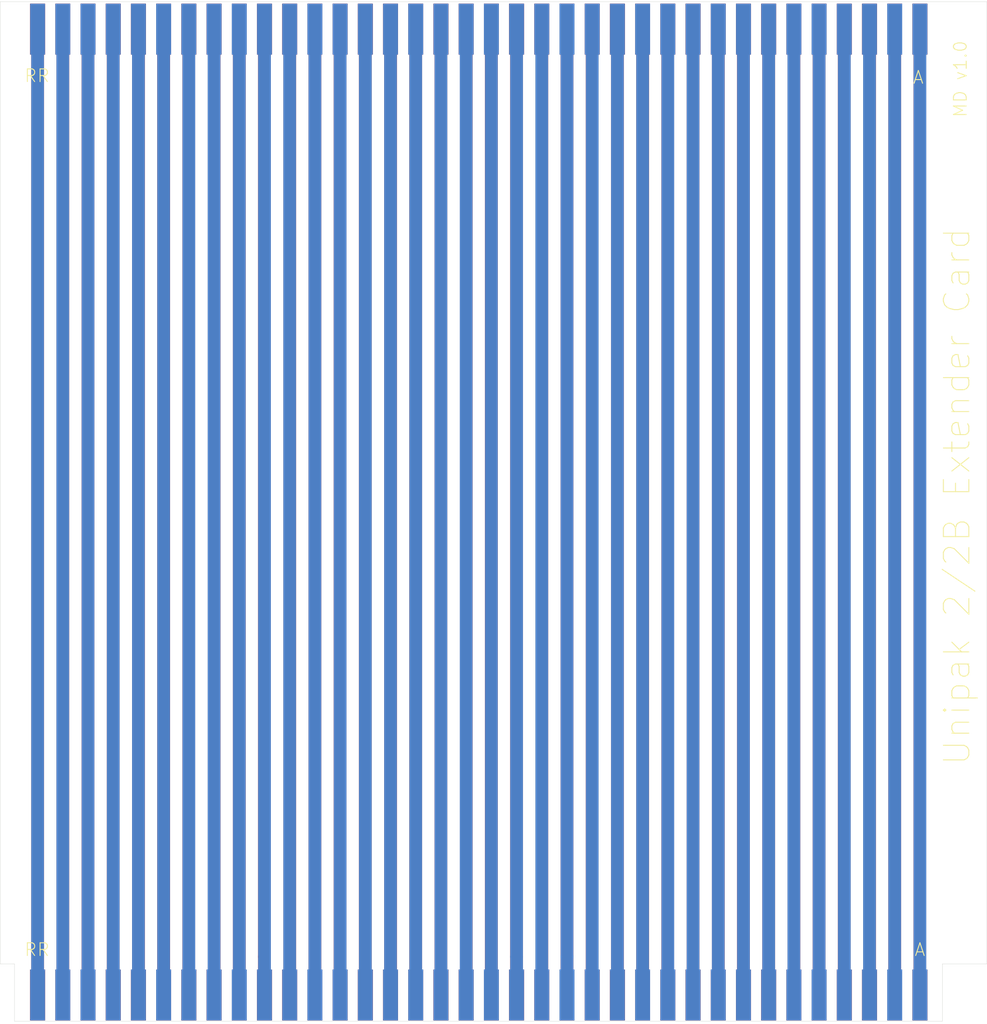
<source format=kicad_pcb>
(kicad_pcb (version 20171130) (host pcbnew 5.1.12-84ad8e8a86~92~ubuntu20.04.1)

  (general
    (thickness 1.6)
    (drawings 14)
    (tracks 75)
    (zones 0)
    (modules 2)
    (nets 1)
  )

  (page B)
  (title_block
    (title "Unipak 2/2B Extender Card")
    (date 2022-11-16)
    (rev v1.0)
    (company "Marc Deslauriers")
  )

  (layers
    (0 F.Cu signal)
    (31 B.Cu signal)
    (32 B.Adhes user)
    (33 F.Adhes user)
    (34 B.Paste user)
    (35 F.Paste user)
    (36 B.SilkS user)
    (37 F.SilkS user)
    (38 B.Mask user)
    (39 F.Mask user)
    (40 Dwgs.User user)
    (41 Cmts.User user)
    (42 Eco1.User user)
    (43 Eco2.User user)
    (44 Edge.Cuts user)
    (45 Margin user)
    (46 B.CrtYd user)
    (47 F.CrtYd user)
    (48 B.Fab user)
    (49 F.Fab user)
  )

  (setup
    (last_trace_width 0.25)
    (user_trace_width 2)
    (trace_clearance 0.2)
    (zone_clearance 0.508)
    (zone_45_only no)
    (trace_min 0.2)
    (via_size 0.8)
    (via_drill 0.4)
    (via_min_size 0.4)
    (via_min_drill 0.3)
    (uvia_size 0.3)
    (uvia_drill 0.1)
    (uvias_allowed no)
    (uvia_min_size 0.2)
    (uvia_min_drill 0.1)
    (edge_width 0.05)
    (segment_width 0.2)
    (pcb_text_width 0.3)
    (pcb_text_size 1.5 1.5)
    (mod_edge_width 0.12)
    (mod_text_size 1 1)
    (mod_text_width 0.15)
    (pad_size 1.524 1.524)
    (pad_drill 0.762)
    (pad_to_mask_clearance 0)
    (aux_axis_origin 0 0)
    (visible_elements FFFFFF7F)
    (pcbplotparams
      (layerselection 0x010fc_ffffffff)
      (usegerberextensions true)
      (usegerberattributes false)
      (usegerberadvancedattributes false)
      (creategerberjobfile false)
      (excludeedgelayer true)
      (linewidth 0.100000)
      (plotframeref false)
      (viasonmask false)
      (mode 1)
      (useauxorigin false)
      (hpglpennumber 1)
      (hpglpenspeed 20)
      (hpglpendiameter 15.000000)
      (psnegative false)
      (psa4output false)
      (plotreference true)
      (plotvalue false)
      (plotinvisibletext false)
      (padsonsilk false)
      (subtractmaskfromsilk true)
      (outputformat 1)
      (mirror false)
      (drillshape 0)
      (scaleselection 1)
      (outputdirectory "gerbers/"))
  )

  (net 0 "")

  (net_class Default "This is the default net class."
    (clearance 0.2)
    (trace_width 0.25)
    (via_dia 0.8)
    (via_drill 0.4)
    (uvia_dia 0.3)
    (uvia_drill 0.1)
  )

  (module cardedge:EDGE-72 (layer F.Cu) (tedit 6371723D) (tstamp 6375C9C4)
    (at 200.34 66.294)
    (fp_text reference CN** (at 14.732 -13.462) (layer F.SilkS) hide
      (effects (font (size 1.2 1.2) (thickness 0.15)))
    )
    (fp_text value EDGE (at 14.986 -24.892) (layer F.Fab) hide
      (effects (font (size 1.2 1.2) (thickness 0.15)))
    )
    (fp_line (start 85.835 -23.5) (end -55.135 -23.5) (layer F.Fab) (width 0.15))
    (fp_line (start 85.835 -14.5) (end 85.835 -23.5) (layer F.Fab) (width 0.15))
    (fp_line (start -56.135 -14.5) (end 85.835 -14.5) (layer F.Fab) (width 0.15))
    (fp_line (start -56.135 -22.5) (end -56.135 -14.5) (layer F.Fab) (width 0.15))
    (fp_line (start -55.135 -23.5) (end -56.135 -22.5) (layer F.Fab) (width 0.15))
    (fp_line (start -55.135 -23.5) (end -56.135 -22.5) (layer F.Fab) (width 0.15))
    (fp_line (start -56.135 -22.5) (end -56.135 -14.5) (layer F.Fab) (width 0.15))
    (fp_line (start -56.135 -14.5) (end 85.835 -14.5) (layer F.Fab) (width 0.15))
    (fp_line (start 85.835 -14.5) (end 85.835 -23.5) (layer F.Fab) (width 0.15))
    (fp_line (start 85.835 -23.5) (end -55.135 -23.5) (layer F.Fab) (width 0.15))
    (pad PP smd rect (at 80.18 -19) (size 2.35 8) (layers F.Cu F.Paste F.Mask))
    (pad RR smd rect (at 84.14 -19) (size 2.35 8) (layers F.Cu F.Paste F.Mask))
    (pad 29 smd rect (at 56.42 -19) (size 2.35 8) (layers B.Cu B.Paste B.Mask))
    (pad 36 smd rect (at 84.14 -19) (size 2.35 8) (layers B.Cu B.Paste B.Mask))
    (pad 32 smd rect (at 68.3 -19) (size 2.35 8) (layers B.Cu B.Paste B.Mask))
    (pad 30 smd rect (at 60.38 -19) (size 2.35 8) (layers B.Cu B.Paste B.Mask))
    (pad 34 smd rect (at 76.22 -19) (size 2.35 8) (layers B.Cu B.Paste B.Mask))
    (pad 35 smd rect (at 80.18 -19) (size 2.35 8) (layers B.Cu B.Paste B.Mask))
    (pad 33 smd rect (at 72.26 -19) (size 2.35 8) (layers B.Cu B.Paste B.Mask))
    (pad HH smd rect (at 56.42 -19) (size 2.35 8) (layers F.Cu F.Paste F.Mask))
    (pad KK smd rect (at 64.34 -19) (size 2.35 8) (layers F.Cu F.Paste F.Mask))
    (pad NN smd rect (at 76.22 -19) (size 2.35 8) (layers F.Cu F.Paste F.Mask))
    (pad MM smd rect (at 72.26 -19) (size 2.35 8) (layers F.Cu F.Paste F.Mask))
    (pad LL smd rect (at 68.3 -19) (size 2.35 8) (layers F.Cu F.Paste F.Mask))
    (pad 31 smd rect (at 64.34 -19) (size 2.35 8) (layers B.Cu B.Paste B.Mask))
    (pad JJ smd rect (at 60.38 -19) (size 2.35 8) (layers F.Cu F.Paste F.Mask))
    (pad H smd rect (at -30.7 -19) (size 2.35 8) (layers F.Cu F.Paste F.Mask))
    (pad 7 smd rect (at -30.7 -19) (size 2.35 8) (layers B.Cu B.Paste B.Mask))
    (pad 28 smd rect (at 52.46 -19) (size 2.35 8) (layers B.Cu B.Paste B.Mask))
    (pad 27 smd rect (at 48.5 -19) (size 2.35 8) (layers B.Cu B.Paste B.Mask))
    (pad 26 smd rect (at 44.54 -19) (size 2.35 8) (layers B.Cu B.Paste B.Mask))
    (pad 25 smd rect (at 40.58 -19) (size 2.35 8) (layers B.Cu B.Paste B.Mask))
    (pad 24 smd rect (at 36.62 -19) (size 2.35 8) (layers B.Cu B.Paste B.Mask))
    (pad 23 smd rect (at 32.66 -19) (size 2.35 8) (layers B.Cu B.Paste B.Mask))
    (pad 22 smd rect (at 28.7 -19) (size 2.35 8) (layers B.Cu B.Paste B.Mask))
    (pad 21 smd rect (at 24.74 -19) (size 2.35 8) (layers B.Cu B.Paste B.Mask))
    (pad 20 smd rect (at 20.78 -19) (size 2.35 8) (layers B.Cu B.Paste B.Mask))
    (pad 19 smd rect (at 16.82 -19) (size 2.35 8) (layers B.Cu B.Paste B.Mask))
    (pad 18 smd rect (at 12.86 -19) (size 2.35 8) (layers B.Cu B.Paste B.Mask))
    (pad 17 smd rect (at 8.9 -19) (size 2.35 8) (layers B.Cu B.Paste B.Mask))
    (pad 16 smd rect (at 4.94 -19) (size 2.35 8) (layers B.Cu B.Paste B.Mask))
    (pad 15 smd rect (at 0.98 -19) (size 2.35 8) (layers B.Cu B.Paste B.Mask))
    (pad 14 smd rect (at -2.98 -19) (size 2.35 8) (layers B.Cu B.Paste B.Mask))
    (pad 13 smd rect (at -6.94 -19) (size 2.35 8) (layers B.Cu B.Paste B.Mask))
    (pad 12 smd rect (at -10.9 -19) (size 2.35 8) (layers B.Cu B.Paste B.Mask))
    (pad 11 smd rect (at -14.86 -19) (size 2.35 8) (layers B.Cu B.Paste B.Mask))
    (pad 10 smd rect (at -18.82 -19) (size 2.35 8) (layers B.Cu B.Paste B.Mask))
    (pad 9 smd rect (at -22.78 -19) (size 2.35 8) (layers B.Cu B.Paste B.Mask))
    (pad 8 smd rect (at -26.74 -19) (size 2.35 8) (layers B.Cu B.Paste B.Mask))
    (pad 6 smd rect (at -34.66 -19) (size 2.35 8) (layers B.Cu B.Paste B.Mask))
    (pad 5 smd rect (at -38.62 -19) (size 2.35 8) (layers B.Cu B.Paste B.Mask))
    (pad 4 smd rect (at -42.58 -19) (size 2.35 8) (layers B.Cu B.Paste B.Mask))
    (pad 3 smd rect (at -46.54 -19) (size 2.35 8) (layers B.Cu B.Paste B.Mask))
    (pad 2 smd rect (at -50.5 -19) (size 2.35 8) (layers B.Cu B.Paste B.Mask))
    (pad 1 smd rect (at -54.46 -19) (size 2.35 8) (layers B.Cu B.Paste B.Mask))
    (pad A smd rect (at -54.46 -19) (size 2.35 8) (layers F.Cu F.Paste F.Mask))
    (pad B smd rect (at -50.5 -19) (size 2.35 8) (layers F.Cu F.Paste F.Mask))
    (pad C smd rect (at -46.54 -19) (size 2.35 8) (layers F.Cu F.Paste F.Mask))
    (pad D smd rect (at -42.58 -19) (size 2.35 8) (layers F.Cu F.Paste F.Mask))
    (pad E smd rect (at -38.62 -19) (size 2.35 8) (layers F.Cu F.Paste F.Mask))
    (pad F smd rect (at -34.66 -19) (size 2.35 8) (layers F.Cu F.Paste F.Mask))
    (pad J smd rect (at -26.74 -19) (size 2.35 8) (layers F.Cu F.Paste F.Mask))
    (pad K smd rect (at -22.78 -19) (size 2.35 8) (layers F.Cu F.Paste F.Mask))
    (pad L smd rect (at -18.82 -19) (size 2.35 8) (layers F.Cu F.Paste F.Mask))
    (pad M smd rect (at -14.86 -19) (size 2.35 8) (layers F.Cu F.Paste F.Mask))
    (pad N smd rect (at -10.9 -19) (size 2.35 8) (layers F.Cu F.Paste F.Mask))
    (pad P smd rect (at -6.94 -19) (size 2.35 8) (layers F.Cu F.Paste F.Mask))
    (pad R smd rect (at -2.98 -19) (size 2.35 8) (layers F.Cu F.Paste F.Mask))
    (pad S smd rect (at 0.98 -19) (size 2.35 8) (layers F.Cu F.Paste F.Mask))
    (pad T smd rect (at 4.94 -19) (size 2.35 8) (layers F.Cu F.Paste F.Mask))
    (pad U smd rect (at 8.9 -19) (size 2.35 8) (layers F.Cu F.Paste F.Mask))
    (pad V smd rect (at 12.86 -19) (size 2.35 8) (layers F.Cu F.Paste F.Mask))
    (pad W smd rect (at 16.82 -19) (size 2.35 8) (layers F.Cu F.Paste F.Mask))
    (pad X smd rect (at 20.78 -19) (size 2.35 8) (layers F.Cu F.Paste F.Mask))
    (pad Y smd rect (at 24.74 -19) (size 2.35 8) (layers F.Cu F.Paste F.Mask))
    (pad Z smd rect (at 28.7 -19) (size 2.35 8) (layers F.Cu F.Paste F.Mask))
    (pad AA smd rect (at 32.66 -19) (size 2.35 8) (layers F.Cu F.Paste F.Mask))
    (pad BB smd rect (at 36.62 -19) (size 2.35 8) (layers F.Cu F.Paste F.Mask))
    (pad CC smd rect (at 40.58 -19) (size 2.35 8) (layers F.Cu F.Paste F.Mask))
    (pad DD smd rect (at 44.54 -19) (size 2.35 8) (layers F.Cu F.Paste F.Mask))
    (pad EE smd rect (at 48.5 -19) (size 2.35 8) (layers F.Cu F.Paste F.Mask))
    (pad FF smd rect (at 52.46 -19) (size 2.35 8) (layers F.Cu F.Paste F.Mask))
  )

  (module cardedge:EDGE-72 (layer F.Cu) (tedit 6371723D) (tstamp 63755FFC)
    (at 230.02 179.882 180)
    (fp_text reference CN** (at 14.732 -13.462) (layer F.SilkS) hide
      (effects (font (size 1.2 1.2) (thickness 0.15)))
    )
    (fp_text value EDGE (at 14.986 -24.892) (layer F.Fab) hide
      (effects (font (size 1.2 1.2) (thickness 0.15)))
    )
    (fp_line (start 85.835 -23.5) (end -55.135 -23.5) (layer F.Fab) (width 0.15))
    (fp_line (start 85.835 -14.5) (end 85.835 -23.5) (layer F.Fab) (width 0.15))
    (fp_line (start -56.135 -14.5) (end 85.835 -14.5) (layer F.Fab) (width 0.15))
    (fp_line (start -56.135 -22.5) (end -56.135 -14.5) (layer F.Fab) (width 0.15))
    (fp_line (start -55.135 -23.5) (end -56.135 -22.5) (layer F.Fab) (width 0.15))
    (fp_line (start -55.135 -23.5) (end -56.135 -22.5) (layer F.Fab) (width 0.15))
    (fp_line (start -56.135 -22.5) (end -56.135 -14.5) (layer F.Fab) (width 0.15))
    (fp_line (start -56.135 -14.5) (end 85.835 -14.5) (layer F.Fab) (width 0.15))
    (fp_line (start 85.835 -14.5) (end 85.835 -23.5) (layer F.Fab) (width 0.15))
    (fp_line (start 85.835 -23.5) (end -55.135 -23.5) (layer F.Fab) (width 0.15))
    (pad PP smd rect (at 80.18 -19 180) (size 2.35 8) (layers F.Cu F.Paste F.Mask))
    (pad RR smd rect (at 84.14 -19 180) (size 2.35 8) (layers F.Cu F.Paste F.Mask))
    (pad 29 smd rect (at 56.42 -19 180) (size 2.35 8) (layers B.Cu B.Paste B.Mask))
    (pad 36 smd rect (at 84.14 -19 180) (size 2.35 8) (layers B.Cu B.Paste B.Mask))
    (pad 32 smd rect (at 68.3 -19 180) (size 2.35 8) (layers B.Cu B.Paste B.Mask))
    (pad 30 smd rect (at 60.38 -19 180) (size 2.35 8) (layers B.Cu B.Paste B.Mask))
    (pad 34 smd rect (at 76.22 -19 180) (size 2.35 8) (layers B.Cu B.Paste B.Mask))
    (pad 35 smd rect (at 80.18 -19 180) (size 2.35 8) (layers B.Cu B.Paste B.Mask))
    (pad 33 smd rect (at 72.26 -19 180) (size 2.35 8) (layers B.Cu B.Paste B.Mask))
    (pad HH smd rect (at 56.42 -19 180) (size 2.35 8) (layers F.Cu F.Paste F.Mask))
    (pad KK smd rect (at 64.34 -19 180) (size 2.35 8) (layers F.Cu F.Paste F.Mask))
    (pad NN smd rect (at 76.22 -19 180) (size 2.35 8) (layers F.Cu F.Paste F.Mask))
    (pad MM smd rect (at 72.26 -19 180) (size 2.35 8) (layers F.Cu F.Paste F.Mask))
    (pad LL smd rect (at 68.3 -19 180) (size 2.35 8) (layers F.Cu F.Paste F.Mask))
    (pad 31 smd rect (at 64.34 -19 180) (size 2.35 8) (layers B.Cu B.Paste B.Mask))
    (pad JJ smd rect (at 60.38 -19 180) (size 2.35 8) (layers F.Cu F.Paste F.Mask))
    (pad H smd rect (at -30.7 -19 180) (size 2.35 8) (layers F.Cu F.Paste F.Mask))
    (pad 7 smd rect (at -30.7 -19 180) (size 2.35 8) (layers B.Cu B.Paste B.Mask))
    (pad 28 smd rect (at 52.46 -19 180) (size 2.35 8) (layers B.Cu B.Paste B.Mask))
    (pad 27 smd rect (at 48.5 -19 180) (size 2.35 8) (layers B.Cu B.Paste B.Mask))
    (pad 26 smd rect (at 44.54 -19 180) (size 2.35 8) (layers B.Cu B.Paste B.Mask))
    (pad 25 smd rect (at 40.58 -19 180) (size 2.35 8) (layers B.Cu B.Paste B.Mask))
    (pad 24 smd rect (at 36.62 -19 180) (size 2.35 8) (layers B.Cu B.Paste B.Mask))
    (pad 23 smd rect (at 32.66 -19 180) (size 2.35 8) (layers B.Cu B.Paste B.Mask))
    (pad 22 smd rect (at 28.7 -19 180) (size 2.35 8) (layers B.Cu B.Paste B.Mask))
    (pad 21 smd rect (at 24.74 -19 180) (size 2.35 8) (layers B.Cu B.Paste B.Mask))
    (pad 20 smd rect (at 20.78 -19 180) (size 2.35 8) (layers B.Cu B.Paste B.Mask))
    (pad 19 smd rect (at 16.82 -19 180) (size 2.35 8) (layers B.Cu B.Paste B.Mask))
    (pad 18 smd rect (at 12.86 -19 180) (size 2.35 8) (layers B.Cu B.Paste B.Mask))
    (pad 17 smd rect (at 8.9 -19 180) (size 2.35 8) (layers B.Cu B.Paste B.Mask))
    (pad 16 smd rect (at 4.94 -19 180) (size 2.35 8) (layers B.Cu B.Paste B.Mask))
    (pad 15 smd rect (at 0.98 -19 180) (size 2.35 8) (layers B.Cu B.Paste B.Mask))
    (pad 14 smd rect (at -2.98 -19 180) (size 2.35 8) (layers B.Cu B.Paste B.Mask))
    (pad 13 smd rect (at -6.94 -19 180) (size 2.35 8) (layers B.Cu B.Paste B.Mask))
    (pad 12 smd rect (at -10.9 -19 180) (size 2.35 8) (layers B.Cu B.Paste B.Mask))
    (pad 11 smd rect (at -14.86 -19 180) (size 2.35 8) (layers B.Cu B.Paste B.Mask))
    (pad 10 smd rect (at -18.82 -19 180) (size 2.35 8) (layers B.Cu B.Paste B.Mask))
    (pad 9 smd rect (at -22.78 -19 180) (size 2.35 8) (layers B.Cu B.Paste B.Mask))
    (pad 8 smd rect (at -26.74 -19 180) (size 2.35 8) (layers B.Cu B.Paste B.Mask))
    (pad 6 smd rect (at -34.66 -19 180) (size 2.35 8) (layers B.Cu B.Paste B.Mask))
    (pad 5 smd rect (at -38.62 -19 180) (size 2.35 8) (layers B.Cu B.Paste B.Mask))
    (pad 4 smd rect (at -42.58 -19 180) (size 2.35 8) (layers B.Cu B.Paste B.Mask))
    (pad 3 smd rect (at -46.54 -19 180) (size 2.35 8) (layers B.Cu B.Paste B.Mask))
    (pad 2 smd rect (at -50.5 -19 180) (size 2.35 8) (layers B.Cu B.Paste B.Mask))
    (pad 1 smd rect (at -54.46 -19 180) (size 2.35 8) (layers B.Cu B.Paste B.Mask))
    (pad A smd rect (at -54.46 -19 180) (size 2.35 8) (layers F.Cu F.Paste F.Mask))
    (pad B smd rect (at -50.5 -19 180) (size 2.35 8) (layers F.Cu F.Paste F.Mask))
    (pad C smd rect (at -46.54 -19 180) (size 2.35 8) (layers F.Cu F.Paste F.Mask))
    (pad D smd rect (at -42.58 -19 180) (size 2.35 8) (layers F.Cu F.Paste F.Mask))
    (pad E smd rect (at -38.62 -19 180) (size 2.35 8) (layers F.Cu F.Paste F.Mask))
    (pad F smd rect (at -34.66 -19 180) (size 2.35 8) (layers F.Cu F.Paste F.Mask))
    (pad J smd rect (at -26.74 -19 180) (size 2.35 8) (layers F.Cu F.Paste F.Mask))
    (pad K smd rect (at -22.78 -19 180) (size 2.35 8) (layers F.Cu F.Paste F.Mask))
    (pad L smd rect (at -18.82 -19 180) (size 2.35 8) (layers F.Cu F.Paste F.Mask))
    (pad M smd rect (at -14.86 -19 180) (size 2.35 8) (layers F.Cu F.Paste F.Mask))
    (pad N smd rect (at -10.9 -19 180) (size 2.35 8) (layers F.Cu F.Paste F.Mask))
    (pad P smd rect (at -6.94 -19 180) (size 2.35 8) (layers F.Cu F.Paste F.Mask))
    (pad R smd rect (at -2.98 -19 180) (size 2.35 8) (layers F.Cu F.Paste F.Mask))
    (pad S smd rect (at 0.98 -19 180) (size 2.35 8) (layers F.Cu F.Paste F.Mask))
    (pad T smd rect (at 4.94 -19 180) (size 2.35 8) (layers F.Cu F.Paste F.Mask))
    (pad U smd rect (at 8.9 -19 180) (size 2.35 8) (layers F.Cu F.Paste F.Mask))
    (pad V smd rect (at 12.86 -19 180) (size 2.35 8) (layers F.Cu F.Paste F.Mask))
    (pad W smd rect (at 16.82 -19 180) (size 2.35 8) (layers F.Cu F.Paste F.Mask))
    (pad X smd rect (at 20.78 -19 180) (size 2.35 8) (layers F.Cu F.Paste F.Mask))
    (pad Y smd rect (at 24.74 -19 180) (size 2.35 8) (layers F.Cu F.Paste F.Mask))
    (pad Z smd rect (at 28.7 -19 180) (size 2.35 8) (layers F.Cu F.Paste F.Mask))
    (pad AA smd rect (at 32.66 -19 180) (size 2.35 8) (layers F.Cu F.Paste F.Mask))
    (pad BB smd rect (at 36.62 -19 180) (size 2.35 8) (layers F.Cu F.Paste F.Mask))
    (pad CC smd rect (at 40.58 -19 180) (size 2.35 8) (layers F.Cu F.Paste F.Mask))
    (pad DD smd rect (at 44.54 -19 180) (size 2.35 8) (layers F.Cu F.Paste F.Mask))
    (pad EE smd rect (at 48.5 -19 180) (size 2.35 8) (layers F.Cu F.Paste F.Mask))
    (pad FF smd rect (at 52.46 -19 180) (size 2.35 8) (layers F.Cu F.Paste F.Mask))
  )

  (gr_text RR (at 145.796 191.77) (layer F.SilkS)
    (effects (font (size 2 2) (thickness 0.15)))
  )
  (gr_text A (at 284.48 191.77) (layer F.SilkS)
    (effects (font (size 2 2) (thickness 0.15)))
  )
  (gr_text A (at 284.226 54.864) (layer F.SilkS)
    (effects (font (size 2 2) (thickness 0.15)))
  )
  (gr_text RR (at 145.796 54.61) (layer F.SilkS)
    (effects (font (size 2 2) (thickness 0.15)))
  )
  (gr_text "MD v1.0" (at 290.83 55.118 90) (layer F.SilkS)
    (effects (font (size 2 2) (thickness 0.15)))
  )
  (gr_text "Unipak 2/2B Extender Card" (at 290.322 120.65 90) (layer F.SilkS)
    (effects (font (size 4 4) (thickness 0.15)))
  )
  (gr_line (start 288 194) (end 295 194) (layer Edge.Cuts) (width 0.05) (tstamp 637562B1))
  (gr_line (start 288 203) (end 288 194) (layer Edge.Cuts) (width 0.05))
  (gr_line (start 295 43) (end 295 194) (layer Edge.Cuts) (width 0.05))
  (gr_line (start 140 43) (end 295 43) (layer Edge.Cuts) (width 0.05))
  (gr_line (start 140 194) (end 140 43) (layer Edge.Cuts) (width 0.05))
  (gr_line (start 142.25 194) (end 140 194) (layer Edge.Cuts) (width 0.05))
  (gr_line (start 142.25 203) (end 142.25 194) (layer Edge.Cuts) (width 0.05))
  (gr_line (start 288 203) (end 142.25 203) (layer Edge.Cuts) (width 0.05))

  (segment (start 145.88 47.294) (end 145.88 198.882) (width 2) (layer F.Cu) (net 0))
  (segment (start 149.84 47.294) (end 149.84 198.882) (width 2) (layer F.Cu) (net 0))
  (segment (start 153.8 198.882) (end 153.8 47.294) (width 2) (layer F.Cu) (net 0))
  (segment (start 157.76 47.294) (end 157.76 198.882) (width 2) (layer F.Cu) (net 0))
  (segment (start 161.72 47.294) (end 161.72 198.882) (width 2) (layer F.Cu) (net 0))
  (segment (start 165.68 47.294) (end 165.68 198.882) (width 2) (layer F.Cu) (net 0))
  (segment (start 169.64 47.294) (end 169.64 198.882) (width 2) (layer F.Cu) (net 0))
  (segment (start 173.6 47.294) (end 173.6 198.882) (width 2) (layer F.Cu) (net 0))
  (segment (start 177.56 47.294) (end 177.56 198.882) (width 2) (layer F.Cu) (net 0))
  (segment (start 181.52 192.882) (end 181.52 47.294) (width 2) (layer F.Cu) (net 0))
  (segment (start 181.52 198.882) (end 181.52 192.882) (width 2) (layer F.Cu) (net 0))
  (segment (start 185.48 47.294) (end 185.48 198.882) (width 2) (layer F.Cu) (net 0))
  (segment (start 189.44 47.294) (end 189.44 198.882) (width 2) (layer F.Cu) (net 0))
  (segment (start 193.4 47.294) (end 193.4 198.882) (width 2) (layer F.Cu) (net 0))
  (segment (start 197.36 47.294) (end 197.36 198.882) (width 2) (layer F.Cu) (net 0))
  (segment (start 201.32 47.294) (end 201.32 198.882) (width 2) (layer F.Cu) (net 0))
  (segment (start 205.28 47.294) (end 205.28 198.882) (width 2) (layer F.Cu) (net 0))
  (segment (start 209.24 47.294) (end 209.24 198.882) (width 2) (layer F.Cu) (net 0))
  (segment (start 213.2 47.294) (end 213.2 198.882) (width 2) (layer F.Cu) (net 0))
  (segment (start 217.16 198.882) (end 217.16 47.294) (width 2) (layer F.Cu) (net 0))
  (segment (start 221.12 47.294) (end 221.12 198.882) (width 2) (layer F.Cu) (net 0))
  (segment (start 225.08 198.882) (end 225.08 47.294) (width 2) (layer F.Cu) (net 0))
  (segment (start 229.04 47.294) (end 229.04 198.882) (width 2) (layer F.Cu) (net 0))
  (segment (start 233 198.882) (end 233 47.294) (width 2) (layer F.Cu) (net 0))
  (segment (start 236.96 47.294) (end 236.96 198.882) (width 2) (layer F.Cu) (net 0))
  (segment (start 240.92 198.882) (end 240.92 47.294) (width 2) (layer F.Cu) (net 0))
  (segment (start 244.88 47.294) (end 244.88 198.882) (width 2) (layer F.Cu) (net 0))
  (segment (start 248.84 198.882) (end 248.84 47.294) (width 2) (layer F.Cu) (net 0))
  (segment (start 252.8 47.294) (end 252.8 198.882) (width 2) (layer F.Cu) (net 0))
  (segment (start 256.76 198.882) (end 256.76 47.294) (width 2) (layer F.Cu) (net 0))
  (segment (start 260.72 47.294) (end 260.72 198.882) (width 2) (layer F.Cu) (net 0))
  (segment (start 264.68 198.882) (end 264.68 47.294) (width 2) (layer F.Cu) (net 0))
  (segment (start 268.64 47.294) (end 268.64 198.882) (width 2) (layer F.Cu) (net 0))
  (segment (start 272.6 198.882) (end 272.6 47.294) (width 2) (layer F.Cu) (net 0))
  (segment (start 276.56 47.294) (end 276.56 198.882) (width 2) (layer F.Cu) (net 0))
  (segment (start 280.52 198.882) (end 280.52 47.294) (width 2) (layer F.Cu) (net 0))
  (segment (start 284.48 47.294) (end 284.48 198.882) (width 2) (layer F.Cu) (net 0))
  (segment (start 145.88 47.294) (end 145.88 198.882) (width 2) (layer B.Cu) (net 0))
  (segment (start 149.84 198.882) (end 149.84 47.294) (width 2) (layer B.Cu) (net 0))
  (segment (start 153.8 47.294) (end 153.8 198.882) (width 2) (layer B.Cu) (net 0))
  (segment (start 157.76 198.882) (end 157.76 47.294) (width 2) (layer B.Cu) (net 0))
  (segment (start 161.72 47.294) (end 161.72 198.882) (width 2) (layer B.Cu) (net 0))
  (segment (start 165.68 198.882) (end 165.68 49.458) (width 2) (layer B.Cu) (net 0))
  (segment (start 169.64 47.294) (end 169.64 198.882) (width 2) (layer B.Cu) (net 0))
  (segment (start 173.6 198.882) (end 173.6 47.294) (width 2) (layer B.Cu) (net 0))
  (segment (start 177.56 47.294) (end 177.56 198.882) (width 2) (layer B.Cu) (net 0))
  (segment (start 181.52 198.882) (end 181.52 47.294) (width 2) (layer B.Cu) (net 0))
  (segment (start 185.48 47.294) (end 185.48 198.882) (width 2) (layer B.Cu) (net 0))
  (segment (start 189.44 198.882) (end 189.44 47.294) (width 2) (layer B.Cu) (net 0))
  (segment (start 193.4 47.294) (end 193.4 198.882) (width 2) (layer B.Cu) (net 0))
  (segment (start 197.36 198.882) (end 197.36 47.294) (width 2) (layer B.Cu) (net 0))
  (segment (start 201.32 47.294) (end 201.32 198.882) (width 2) (layer B.Cu) (net 0))
  (segment (start 205.28 198.882) (end 205.28 47.294) (width 2) (layer B.Cu) (net 0))
  (segment (start 209.24 47.294) (end 209.24 198.882) (width 2) (layer B.Cu) (net 0))
  (segment (start 213.2 198.882) (end 213.2 47.294) (width 2) (layer B.Cu) (net 0))
  (segment (start 217.16 47.294) (end 217.16 198.882) (width 2) (layer B.Cu) (net 0))
  (segment (start 221.12 192.882) (end 221.12 47.294) (width 2) (layer B.Cu) (net 0))
  (segment (start 221.12 198.882) (end 221.12 192.882) (width 2) (layer B.Cu) (net 0))
  (segment (start 225.08 47.294) (end 225.08 198.882) (width 2) (layer B.Cu) (net 0))
  (segment (start 229.04 192.882) (end 229.04 47.294) (width 2) (layer B.Cu) (net 0))
  (segment (start 229.04 198.882) (end 229.04 192.882) (width 2) (layer B.Cu) (net 0))
  (segment (start 233 47.294) (end 233 198.882) (width 2) (layer B.Cu) (net 0))
  (segment (start 236.96 198.882) (end 236.96 47.294) (width 2) (layer B.Cu) (net 0))
  (segment (start 240.92 47.294) (end 240.92 198.882) (width 2) (layer B.Cu) (net 0))
  (segment (start 244.88 198.882) (end 244.88 47.294) (width 2) (layer B.Cu) (net 0))
  (segment (start 248.84 47.294) (end 248.84 198.882) (width 2) (layer B.Cu) (net 0))
  (segment (start 252.8 198.882) (end 252.8 47.294) (width 2) (layer B.Cu) (net 0))
  (segment (start 256.76 47.294) (end 256.76 198.882) (width 2) (layer B.Cu) (net 0))
  (segment (start 260.72 198.882) (end 260.72 47.294) (width 2) (layer B.Cu) (net 0))
  (segment (start 264.68 47.294) (end 264.68 198.882) (width 2) (layer B.Cu) (net 0))
  (segment (start 268.64 47.294) (end 268.64 198.882) (width 2) (layer B.Cu) (net 0))
  (segment (start 272.6 47.294) (end 272.6 198.882) (width 2) (layer B.Cu) (net 0))
  (segment (start 276.56 47.294) (end 276.56 198.882) (width 2) (layer B.Cu) (net 0))
  (segment (start 280.52 47.294) (end 280.52 198.882) (width 2) (layer B.Cu) (net 0))
  (segment (start 284.48 47.294) (end 284.48 198.882) (width 2) (layer B.Cu) (net 0))

)

</source>
